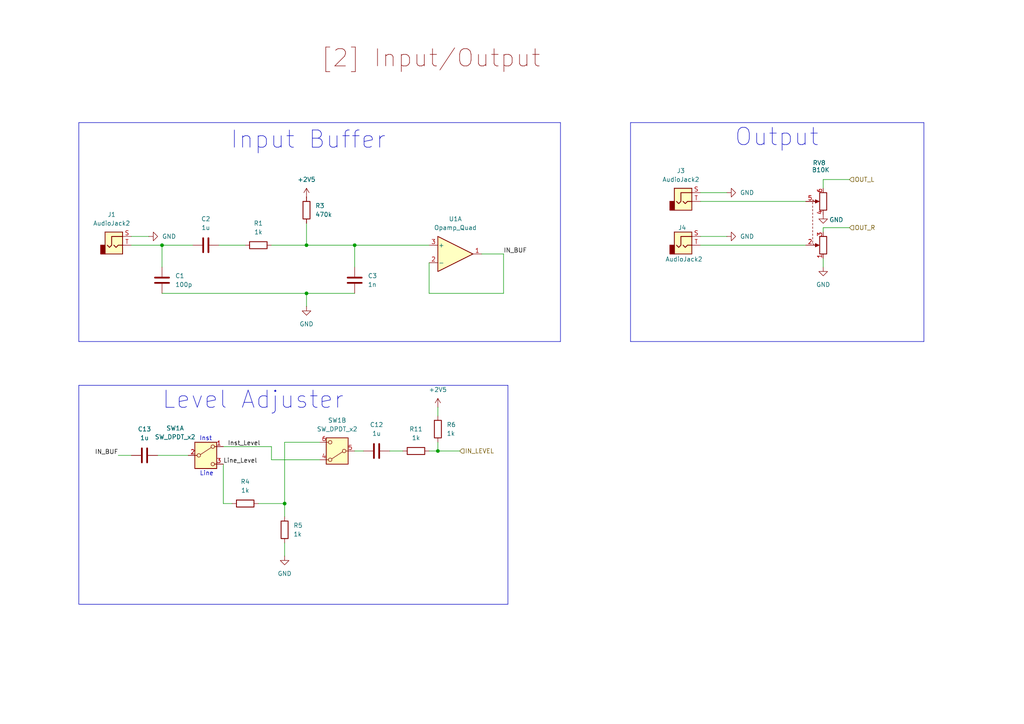
<source format=kicad_sch>
(kicad_sch (version 20231120) (generator "eeschema") (generator_version "8.0")
  (paper "A4")
  (lib_symbols
    (symbol "Amplifier_Operational:TL074" (pin_names (offset 0.127))
      (property "Reference" "U" (at 0 5.08 0))
      (property "Value" "TL074" (at 0 -5.08 0))
      (symbol "TL074_1_1"
        (polyline (pts (xy -5.08 5.08) (xy 5.08 0) (xy -5.08 -5.08) (xy -5.08 5.08)) (stroke (width 0.254)) (fill (type background)))
        (pin output line (at 7.62 0 180) (length 2.54) (name "~") (number "1"))
        (pin input line (at -7.62 -2.54 0) (length 2.54) (name "-") (number "2"))
        (pin input line (at -7.62 2.54 0) (length 2.54) (name "+") (number "3"))
      )
      (symbol "TL074_2_1"
        (polyline (pts (xy -5.08 5.08) (xy 5.08 0) (xy -5.08 -5.08) (xy -5.08 5.08)) (stroke (width 0.254)) (fill (type background)))
        (pin input line (at -7.62 2.54 0) (length 2.54) (name "+") (number "5"))
        (pin input line (at -7.62 -2.54 0) (length 2.54) (name "-") (number "6"))
        (pin output line (at 7.62 0 180) (length 2.54) (name "~") (number "7"))
      )
      (symbol "TL074_3_1"
        (polyline (pts (xy -5.08 5.08) (xy 5.08 0) (xy -5.08 -5.08) (xy -5.08 5.08)) (stroke (width 0.254)) (fill (type background)))
        (pin input line (at -7.62 2.54 0) (length 2.54) (name "+") (number "10"))
        (pin output line (at 7.62 0 180) (length 2.54) (name "~") (number "8"))
        (pin input line (at -7.62 -2.54 0) (length 2.54) (name "-") (number "9"))
      )
      (symbol "TL074_4_1"
        (polyline (pts (xy -5.08 5.08) (xy 5.08 0) (xy -5.08 -5.08) (xy -5.08 5.08)) (stroke (width 0.254)) (fill (type background)))
        (pin input line (at -7.62 2.54 0) (length 2.54) (name "+") (number "12"))
        (pin input line (at -7.62 -2.54 0) (length 2.54) (name "-") (number "13"))
        (pin output line (at 7.62 0 180) (length 2.54) (name "~") (number "14"))
      )
      (symbol "TL074_5_1"
        (pin power_in line (at -2.54 -7.62 90) (length 3.81) (name "V-") (number "11"))
        (pin power_in line (at -2.54 7.62 270) (length 3.81) (name "V+") (number "4"))
      )
    )
    (symbol "Connector_Audio:AudioJack2"
      (property "Reference" "J" (at 0 8.89 0))
      (property "Value" "AudioJack2" (at 0 6.35 0))
      (symbol "AudioJack2_0_1"
        (rectangle (start -3.81 0) (end -2.54 -2.54) (stroke (width 0.254)) (fill (type outline)))
        (rectangle (start -2.54 3.81) (end 2.54 -2.54) (stroke (width 0.254)) (fill (type background)))
        (polyline (pts (xy 0 0) (xy 0.635 -0.635) (xy 1.27 0) (xy 2.54 0)) (stroke (width 0.254)))
        (polyline (pts (xy 2.54 2.54) (xy -0.635 2.54) (xy -0.635 0) (xy -1.27 -0.635) (xy -1.905 0)) (stroke (width 0.254)))
      )
      (symbol "AudioJack2_1_1"
        (pin passive line (at 5.08 2.54 180) (length 2.54) (name "~") (number "S"))
        (pin passive line (at 5.08 0 180) (length 2.54) (name "~") (number "T"))
      )
    )
    (symbol "Device:C" (pin_numbers hide) (pin_names (offset 0.254))
      (property "Reference" "C" (at 0.635 2.54 0))
      (property "Value" "C" (at 0.635 -2.54 0))
      (symbol "C_0_1"
        (polyline (pts (xy -2.032 -0.762) (xy 2.032 -0.762)) (stroke (width 0.508)))
        (polyline (pts (xy -2.032 0.762) (xy 2.032 0.762)) (stroke (width 0.508)))
      )
      (symbol "C_1_1"
        (pin passive line (at 0 3.81 270) (length 2.794) (name "~") (number "1"))
        (pin passive line (at 0 -3.81 90) (length 2.794) (name "~") (number "2"))
      )
    )
    (symbol "Device:R" (pin_numbers hide) (pin_names (offset 0))
      (property "Reference" "R" (at 2.032 0 90))
      (property "Value" "R" (at 0 0 90))
      (symbol "R_0_1"
        (rectangle (start -1.016 -2.54) (end 1.016 2.54) (stroke (width 0.254)))
      )
      (symbol "R_1_1"
        (pin passive line (at 0 3.81 270) (length 1.27) (name "~") (number "1"))
        (pin passive line (at 0 -3.81 90) (length 1.27) (name "~") (number "2"))
      )
    )
    (symbol "Device:R_Potentiometer_Dual" (pin_names (offset 1.016) hide)
      (property "Reference" "RV" (at 0 3.81 0))
      (property "Value" "R_Potentiometer_Dual" (at 0 1.905 0))
      (symbol "R_Potentiometer_Dual_0_1"
        (rectangle (start -8.89 -1.524) (end -3.81 -3.556) (stroke (width 0.254)))
        (polyline (pts (xy -6.35 0) (xy -6.35 -1.016)))
        (polyline (pts (xy -6.35 0) (xy -6.35 -1.016)))
        (polyline (pts (xy -6.35 0) (xy -5.842 0.508)))
        (polyline (pts (xy -5.588 0.508) (xy -5.08 0.508)))
        (polyline (pts (xy -4.572 0.508) (xy -4.064 0.508)))
        (polyline (pts (xy -3.556 0.508) (xy -3.048 0.508)))
        (polyline (pts (xy -2.54 0.508) (xy -2.032 0.508)))
        (polyline (pts (xy -1.524 0.508) (xy -1.016 0.508)))
        (polyline (pts (xy -0.508 0.508) (xy 0 0.508)))
        (polyline (pts (xy 0.508 0.508) (xy 1.016 0.508)))
        (polyline (pts (xy 1.524 0.508) (xy 2.032 0.508)))
        (polyline (pts (xy 2.54 0.508) (xy 3.048 0.508)))
        (polyline (pts (xy 3.556 0.508) (xy 4.064 0.508)))
        (polyline (pts (xy 4.572 0.508) (xy 5.08 0.508)))
        (polyline (pts (xy 5.588 0.508) (xy 6.096 0.508)))
        (polyline (pts (xy 6.35 0) (xy 6.35 -1.016)))
        (polyline (pts (xy 6.35 0) (xy 6.35 -1.016)))
        (polyline (pts (xy 6.604 0.508) (xy 6.858 0.508) (xy 6.35 0)))
        (polyline (pts (xy -6.35 -1.397) (xy -6.858 -0.254) (xy -5.842 -0.254) (xy -6.35 -1.397)) (fill (type outline)))
        (polyline (pts (xy 6.35 -1.397) (xy 5.842 -0.254) (xy 6.858 -0.254) (xy 6.35 -1.397)) (fill (type outline)))
        (rectangle (start 3.81 -1.524) (end 8.89 -3.556) (stroke (width 0.254)))
      )
      (symbol "R_Potentiometer_Dual_1_1"
        (pin passive line (at -10.16 -2.54 0) (length 1.27) (name "1") (number "1"))
        (pin passive line (at -6.35 2.54 270) (length 2.54) (name "2") (number "2"))
        (pin passive line (at -2.54 -2.54 180) (length 1.27) (name "3") (number "3"))
        (pin passive line (at 2.54 -2.54 0) (length 1.27) (name "4") (number "4"))
        (pin passive line (at 6.35 2.54 270) (length 2.54) (name "5") (number "5"))
        (pin passive line (at 10.16 -2.54 180) (length 1.27) (name "6") (number "6"))
      )
    )
    (symbol "Switch:SW_DPDT_x2" (pin_names (offset 0) hide)
      (property "Reference" "SW" (at 0 5.08 0))
      (property "Value" "SW_DPDT_x2" (at 0 -5.08 0))
      (symbol "SW_DPDT_x2_0_0"
        (circle (center -2.032 0) (radius 0.508))
        (circle (center 2.032 -2.54) (radius 0.508))
      )
      (symbol "SW_DPDT_x2_0_1"
        (rectangle (start -3.175 3.81) (end 3.175 -3.81) (stroke (width 0.254)) (fill (type background)))
        (polyline (pts (xy -1.524 0.254) (xy 1.5748 2.286)))
        (circle (center 2.032 2.54) (radius 0.508))
      )
      (symbol "SW_DPDT_x2_1_1"
        (pin passive line (at 5.08 2.54 180) (length 2.54) (name "A") (number "1"))
        (pin passive line (at -5.08 0 0) (length 2.54) (name "B") (number "2"))
        (pin passive line (at 5.08 -2.54 180) (length 2.54) (name "C") (number "3"))
      )
      (symbol "SW_DPDT_x2_2_1"
        (pin passive line (at 5.08 2.54 180) (length 2.54) (name "A") (number "4"))
        (pin passive line (at -5.08 0 0) (length 2.54) (name "B") (number "5"))
        (pin passive line (at 5.08 -2.54 180) (length 2.54) (name "C") (number "6"))
      )
    )
    (symbol "power:+2V5" (power) (pin_numbers hide) (pin_names (offset 0) hide)
      (property "Value" "+2V5" (at 0 3.556 0))
      (symbol "+2V5_0_1"
        (polyline (pts (xy -0.762 1.27) (xy 0 2.54)))
        (polyline (pts (xy 0 0) (xy 0 2.54)))
        (polyline (pts (xy 0 2.54) (xy 0.762 1.27)))
      )
      (symbol "+2V5_1_1"
        (pin power_in line (at 0 0 90) (length 0) (name "~") (number "1"))
      )
    )
    (symbol "power:GND" (power) (pin_numbers hide) (pin_names (offset 0) hide)
      (property "Value" "GND" (at 0 -3.81 0))
      (symbol "GND_0_1"
        (polyline (pts (xy 0 0) (xy 0 -1.27) (xy 1.27 -1.27) (xy 0 -2.54) (xy -1.27 -1.27) (xy 0 -1.27)))
      )
      (symbol "GND_1_1"
        (pin power_in line (at 0 0 270) (length 0) (name "~") (number "1"))
      )
    )
  )
  (junction (at 102.87 71.12))
  (junction (at 88.9 71.12))
  (junction (at 82.55 146.05))
  (junction (at 127 130.81))
  (junction (at 88.9 85.09))
  (junction (at 46.99 71.12))
  (wire (pts (xy 203.2 58.42) (xy 233.68 58.42)))
  (wire (pts (xy 38.1 71.12) (xy 46.99 71.12)))
  (polyline (pts (xy 22.86 35.56) (xy 162.56 35.56)))
  (wire (pts (xy 82.55 146.05) (xy 74.93 146.05)))
  (wire (pts (xy 127 118.11) (xy 127 120.65)))
  (wire (pts (xy 102.87 77.47) (xy 102.87 71.12)))
  (wire (pts (xy 34.29 132.08) (xy 38.1 132.08)))
  (polyline (pts (xy 267.97 99.06) (xy 267.97 35.56)))
  (polyline (pts (xy 182.88 99.06) (xy 267.97 99.06)))
  (wire (pts (xy 38.1 68.58) (xy 43.18 68.58)))
  (wire (pts (xy 203.2 71.12) (xy 233.68 71.12)))
  (wire (pts (xy 78.74 71.12) (xy 88.9 71.12)))
  (wire (pts (xy 127 130.81) (xy 133.35 130.81)))
  (wire (pts (xy 64.77 134.62) (xy 64.77 146.05)))
  (polyline (pts (xy 22.86 175.26) (xy 147.32 175.26)))
  (wire (pts (xy 88.9 71.12) (xy 102.87 71.12)))
  (wire (pts (xy 124.46 85.09) (xy 146.05 85.09)))
  (wire (pts (xy 238.76 66.04) (xy 238.76 67.31)))
  (wire (pts (xy 146.05 73.66) (xy 139.7 73.66)))
  (wire (pts (xy 146.05 85.09) (xy 146.05 73.66)))
  (wire (pts (xy 82.55 146.05) (xy 82.55 128.27)))
  (wire (pts (xy 46.99 71.12) (xy 55.88 71.12)))
  (wire (pts (xy 124.46 130.81) (xy 127 130.81)))
  (wire (pts (xy 238.76 74.93) (xy 238.76 77.47)))
  (wire (pts (xy 88.9 85.09) (xy 88.9 88.9)))
  (wire (pts (xy 238.76 66.04) (xy 246.38 66.04)))
  (polyline (pts (xy 22.86 111.76) (xy 22.86 175.26)))
  (wire (pts (xy 88.9 85.09) (xy 102.87 85.09)))
  (wire (pts (xy 203.2 68.58) (xy 210.82 68.58)))
  (wire (pts (xy 63.5 71.12) (xy 71.12 71.12)))
  (wire (pts (xy 46.99 85.09) (xy 88.9 85.09)))
  (polyline (pts (xy 162.56 99.06) (xy 162.56 35.56)))
  (polyline (pts (xy 182.88 35.56) (xy 267.97 35.56)))
  (wire (pts (xy 64.77 146.05) (xy 67.31 146.05)))
  (wire (pts (xy 82.55 157.48) (xy 82.55 161.29)))
  (wire (pts (xy 113.03 130.81) (xy 116.84 130.81)))
  (wire (pts (xy 246.38 52.07) (xy 238.76 52.07)))
  (polyline (pts (xy 147.32 175.26) (xy 147.32 111.76)))
  (wire (pts (xy 124.46 76.2) (xy 124.46 85.09)))
  (wire (pts (xy 102.87 130.81) (xy 105.41 130.81)))
  (polyline (pts (xy 22.86 99.06) (xy 162.56 99.06)))
  (polyline (pts (xy 22.86 111.76) (xy 147.32 111.76)))
  (wire (pts (xy 45.72 132.08) (xy 54.61 132.08)))
  (wire (pts (xy 46.99 77.47) (xy 46.99 71.12)))
  (wire (pts (xy 127 130.81) (xy 127 128.27)))
  (wire (pts (xy 78.74 129.54) (xy 78.74 133.35)))
  (wire (pts (xy 102.87 71.12) (xy 124.46 71.12)))
  (wire (pts (xy 203.2 55.88) (xy 210.82 55.88)))
  (wire (pts (xy 82.55 128.27) (xy 92.71 128.27)))
  (wire (pts (xy 82.55 146.05) (xy 82.55 149.86)))
  (wire (pts (xy 78.74 133.35) (xy 92.71 133.35)))
  (polyline (pts (xy 182.88 35.56) (xy 182.88 99.06)))
  (wire (pts (xy 64.77 129.54) (xy 78.74 129.54)))
  (wire (pts (xy 88.9 71.12) (xy 88.9 64.77)))
  (polyline (pts (xy 22.86 35.56) (xy 22.86 99.06)))
  (wire (pts (xy 238.76 52.07) (xy 238.76 54.61)))
  (text "Input Buffer\n" (at 89.408 40.64 0) (effects (font (size 5 5))))
  (text "Level Adjuster" (at 73.406 116.078 0) (effects (font (size 5 5))))
  (text "Output\n" (at 225.298 39.878 0) (effects (font (size 5 5))))
  (text "Inst\n" (at 59.69 127.254 0) (effects (font (size 1.27 1.27))))
  (text "Line\n" (at 59.944 137.414 0) (effects (font (size 1.27 1.27))))
  (text "[2] Input/Output\n\n" (at 124.968 21.082 0) (effects (font (size 5 5))))
  (label "IN_BUF" (at 34.29 132.08 180))
  (label "IN_BUF" (at 146.05 73.66 0))
  (label "Line_Level" (at 64.77 134.62 0))
  (label "Inst_Level" (at 66.04 129.54 0))
  (hierarchical_label "OUT_R" (shape input) (at 246.38 66.04 0))
  (hierarchical_label "OUT_L" (shape input) (at 246.38 52.07 0))
  (hierarchical_label "IN_LEVEL" (shape input) (at 133.35 130.81 0))
  (symbol (lib_id "Device:R") (at 120.65 130.81 90) (unit 1)
    (property "Reference" "R11" (at 120.65 124.46 90))
    (property "Value" "1k" (at 120.65 127 90))
    (property "Footprint" "Resistor_THT:R_Axial_DIN0207_L6.3mm_D2.5mm_P10.16mm_Horizontal" (effects (hide yes)))
    (property "Description" "Resistor" (effects (hide yes)))
  )
  (symbol (lib_id "power:+2V5") (at 88.9 57.15 0) (unit 1)
    (property "Reference" "#PWR02" (effects (hide yes)))
    (property "Value" "+2V5" (at 88.9 52.07 0))
    (property "Description" "Power symbol creates a global label with name \"+2V5\"" (effects (hide yes)))
  )
  (symbol (lib_id "power:GND") (at 88.9 88.9 0) (unit 1)
    (property "Reference" "#PWR01" (effects (hide yes)))
    (property "Value" "GND" (at 88.9 93.98 0))
    (property "Description" "Power symbol creates a global label with name \"GND\" , ground" (effects (hide yes)))
  )
  (symbol (lib_id "Connector_Audio:AudioJack2") (at 198.12 71.12 0) (unit 1)
    (property "Reference" "J4" (at 197.866 66.04 0))
    (property "Value" "AudioJack2" (at 198.374 75.184 0))
    (property "Footprint" "Connector_Audio:Jack_6.35mm_Neutrik_NMJ4HFD2_Horizontal" (effects (hide yes)))
    (property "Description" "Audio Jack, 2 Poles (Mono / TS)" (effects (hide yes)))
  )
  (symbol (lib_id "power:GND") (at 238.76 77.47 0) (unit 1)
    (property "Reference" "#PWR037" (effects (hide yes)))
    (property "Value" "GND" (at 238.76 82.55 0))
    (property "Description" "Power symbol creates a global label with name \"GND\" , ground" (effects (hide yes)))
  )
  (symbol (lib_id "power:GND") (at 210.82 68.58 90) (unit 1)
    (property "Reference" "#PWR035" (effects (hide yes)))
    (property "Value" "GND" (at 214.63 68.5799 90) (effects (justify right)))
    (property "Description" "Power symbol creates a global label with name \"GND\" , ground" (effects (hide yes)))
  )
  (symbol (lib_id "Device:R_Potentiometer_Dual") (at 236.22 64.77 90) (unit 1)
    (property "Reference" "RV8" (at 235.712 47.244 90) (effects (justify right)))
    (property "Value" "B10K" (at 235.458 49.276 90) (effects (justify right)))
    (property "Footprint" "Potentiometer_THT:Potentiometer_Alpha_RD902F-40-00D_Dual_Vertical" (effects (hide yes)))
    (property "Description" "Dual potentiometer" (effects (hide yes)))
  )
  (symbol (lib_id "Device:R") (at 88.9 60.96 0) (unit 1)
    (property "Reference" "R3" (at 91.44 59.6899 0) (effects (justify left)))
    (property "Value" "470k" (at 91.44 62.2299 0) (effects (justify left)))
    (property "Footprint" "Resistor_THT:R_Axial_DIN0207_L6.3mm_D2.5mm_P10.16mm_Horizontal" (effects (hide yes)))
    (property "Description" "Resistor" (effects (hide yes)))
  )
  (symbol (lib_id "Amplifier_Operational:TL074") (at 132.08 73.66 0) (unit 1)
    (property "Reference" "U1" (at 132.08 63.5 0))
    (property "Value" "Opamp_Quad" (at 132.08 66.04 0))
    (property "Footprint" "Package_DIP:DIP-14_W7.62mm_Socket" (effects (hide yes)))
    (property "Datasheet" "http://www.ti.com/lit/ds/symlink/tl071.pdf" (effects (hide yes)))
    (property "Description" "Quad Low-Noise JFET-Input Operational Amplifiers, DIP-14/SOIC-14" (effects (hide yes)))
    (property "Sim.Library" "${KICAD7_SYMBOL_DIR}/Simulation_SPICE.sp" (effects (hide yes)))
    (property "Sim.Name" "kicad_builtin_opamp_quad" (effects (hide yes)))
    (property "Sim.Device" "SUBCKT" (effects (hide yes)))
    (property "Sim.Pins" "1=out1 2=in1- 3=in1+ 4=vcc 5=in2+ 6=in2- 7=out2 8=out3 9=in3- 10=in3+ 11=vee 12=in4+ 13=in4- 14=out4" (effects (hide yes)))
  )
  (symbol (lib_id "Device:C") (at 59.69 71.12 90) (unit 1)
    (property "Reference" "C2" (at 59.69 63.5 90))
    (property "Value" "1u" (at 59.69 66.04 90))
    (property "Footprint" "Capacitor_THT:C_Rect_L7.0mm_W6.0mm_P5.00mm" (effects (hide yes)))
    (property "Description" "Unpolarized capacitor" (effects (hide yes)))
  )
  (symbol (lib_id "power:+2V5") (at 127 118.11 0) (unit 1)
    (property "Reference" "#PWR04" (effects (hide yes)))
    (property "Value" "+2V5" (at 127 113.03 0))
    (property "Description" "Power symbol creates a global label with name \"+2V5\"" (effects (hide yes)))
  )
  (symbol (lib_id "Device:R") (at 71.12 146.05 90) (unit 1)
    (property "Reference" "R4" (at 71.12 139.7 90))
    (property "Value" "1k" (at 71.12 142.24 90))
    (property "Footprint" "Resistor_THT:R_Axial_DIN0207_L6.3mm_D2.5mm_P10.16mm_Horizontal" (effects (hide yes)))
    (property "Description" "Resistor" (effects (hide yes)))
  )
  (symbol (lib_id "Device:C") (at 41.91 132.08 90) (unit 1)
    (property "Reference" "C13" (at 41.91 124.46 90))
    (property "Value" "1u" (at 41.91 127 90))
    (property "Footprint" "Capacitor_THT:C_Rect_L7.0mm_W3.5mm_P5.00mm" (effects (hide yes)))
    (property "Description" "Unpolarized capacitor" (effects (hide yes)))
  )
  (symbol (lib_id "Device:C") (at 46.99 81.28 0) (unit 1)
    (property "Reference" "C1" (at 50.8 80.0099 0) (effects (justify left)))
    (property "Value" "100p" (at 50.8 82.5499 0) (effects (justify left)))
    (property "Footprint" "Capacitor_THT:C_Rect_L7.0mm_W3.5mm_P5.00mm" (effects (hide yes)))
    (property "Description" "Unpolarized capacitor" (effects (hide yes)))
  )
  (symbol (lib_id "Switch:SW_DPDT_x2") (at 59.69 132.08 0) (unit 1)
    (property "Reference" "SW1" (at 50.8 124.206 0))
    (property "Value" "SW_DPDT_x2" (at 50.8 126.746 0))
    (property "Footprint" "Library:DPDT_Mini_Toggle" (effects (hide yes)))
    (property "Description" "Switch, dual pole double throw, separate symbols" (effects (hide yes)))
  )
  (symbol (lib_id "power:GND") (at 238.76 62.23 0) (unit 1)
    (property "Reference" "#PWR036" (effects (hide yes)))
    (property "Value" "GND" (at 242.57 63.754 0))
    (property "Description" "Power symbol creates a global label with name \"GND\" , ground" (effects (hide yes)))
  )
  (symbol (lib_id "Switch:SW_DPDT_x2") (at 97.79 130.81 180) (unit 2)
    (property "Reference" "SW1" (at 97.79 121.92 0))
    (property "Value" "SW_DPDT_x2" (at 97.79 124.46 0))
    (property "Footprint" "Library:DPDT_Mini_Toggle" (effects (hide yes)))
    (property "Description" "Switch, dual pole double throw, separate symbols" (effects (hide yes)))
  )
  (symbol (lib_id "Device:R") (at 127 124.46 0) (unit 1)
    (property "Reference" "R6" (at 129.54 123.1899 0) (effects (justify left)))
    (property "Value" "1k" (at 129.54 125.7299 0) (effects (justify left)))
    (property "Footprint" "Resistor_THT:R_Axial_DIN0207_L6.3mm_D2.5mm_P10.16mm_Horizontal" (effects (hide yes)))
    (property "Description" "Resistor" (effects (hide yes)))
  )
  (symbol (lib_id "Connector_Audio:AudioJack2") (at 198.12 58.42 0) (unit 1)
    (property "Reference" "J3" (at 197.485 49.53 0))
    (property "Value" "AudioJack2" (at 197.485 52.07 0))
    (property "Footprint" "Connector_Audio:Jack_6.35mm_Neutrik_NMJ4HFD2_Horizontal" (effects (hide yes)))
    (property "Description" "Audio Jack, 2 Poles (Mono / TS)" (effects (hide yes)))
  )
  (symbol (lib_id "power:GND") (at 210.82 55.88 90) (unit 1)
    (property "Reference" "#PWR034" (effects (hide yes)))
    (property "Value" "GND" (at 214.63 55.8799 90) (effects (justify right)))
    (property "Description" "Power symbol creates a global label with name \"GND\" , ground" (effects (hide yes)))
  )
  (symbol (lib_id "power:GND") (at 82.55 161.29 0) (unit 1)
    (property "Reference" "#PWR03" (effects (hide yes)))
    (property "Value" "GND" (at 82.55 166.37 0))
    (property "Description" "Power symbol creates a global label with name \"GND\" , ground" (effects (hide yes)))
  )
  (symbol (lib_id "Device:C") (at 109.22 130.81 90) (unit 1)
    (property "Reference" "C12" (at 109.22 123.19 90))
    (property "Value" "1u" (at 109.22 125.73 90))
    (property "Footprint" "Capacitor_THT:C_Rect_L7.0mm_W3.5mm_P5.00mm" (effects (hide yes)))
    (property "Description" "Unpolarized capacitor" (effects (hide yes)))
  )
  (symbol (lib_id "Device:R") (at 82.55 153.67 0) (unit 1)
    (property "Reference" "R5" (at 85.09 152.3999 0) (effects (justify left)))
    (property "Value" "1k" (at 85.09 154.9399 0) (effects (justify left)))
    (property "Footprint" "Resistor_THT:R_Axial_DIN0207_L6.3mm_D2.5mm_P10.16mm_Horizontal" (effects (hide yes)))
    (property "Description" "Resistor" (effects (hide yes)))
  )
  (symbol (lib_id "Device:R") (at 74.93 71.12 270) (unit 1)
    (property "Reference" "R1" (at 74.93 64.77 90))
    (property "Value" "1k" (at 74.93 67.31 90))
    (property "Footprint" "Resistor_THT:R_Axial_DIN0207_L6.3mm_D2.5mm_P10.16mm_Horizontal" (effects (hide yes)))
    (property "Description" "Resistor" (effects (hide yes)))
  )
  (symbol (lib_id "power:GND") (at 43.18 68.58 90) (unit 1)
    (property "Reference" "#PWR033" (effects (hide yes)))
    (property "Value" "GND" (at 46.99 68.5799 90) (effects (justify right)))
    (property "Description" "Power symbol creates a global label with name \"GND\" , ground" (effects (hide yes)))
  )
  (symbol (lib_id "Connector_Audio:AudioJack2") (at 33.02 71.12 0) (unit 1)
    (property "Reference" "J1" (at 32.385 62.23 0))
    (property "Value" "AudioJack2" (at 32.385 64.77 0))
    (property "Footprint" "Connector_Audio:Jack_6.35mm_Neutrik_NMJ4HFD2_Horizontal" (effects (hide yes)))
    (property "Description" "Audio Jack, 2 Poles (Mono / TS)" (effects (hide yes)))
  )
  (symbol (lib_id "Device:C") (at 102.87 81.28 0) (unit 1)
    (property "Reference" "C3" (at 106.68 80.0099 0) (effects (justify left)))
    (property "Value" "1n" (at 106.68 82.5499 0) (effects (justify left)))
    (property "Footprint" "Capacitor_THT:C_Rect_L7.0mm_W3.5mm_P5.00mm" (effects (hide yes)))
    (property "Description" "Unpolarized capacitor" (effects (hide yes)))
  )
)
</source>
